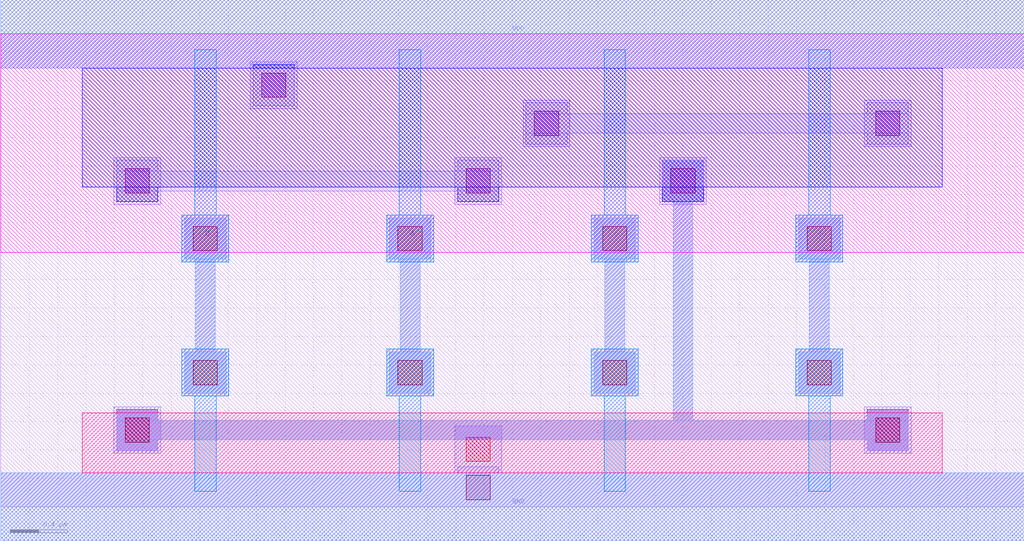
<source format=lef>
MACRO AOI22X1
 CLASS CORE ;
 FOREIGN AOI22X1 0 0 ;
 ORIGIN 0 0 ;
 SYMMETRY X Y R90 ;
 SITE UNIT ;
  PIN VDD
   DIRECTION INOUT ;
   USE SIGNAL ;
   SHAPE ABUTMENT ;
    PORT
     CLASS CORE ;
       LAYER metal2 ;
        RECT 0.00000000 3.09000000 7.20000000 3.57000000 ;
    END
  END VDD

  PIN GND
   DIRECTION INOUT ;
   USE SIGNAL ;
   SHAPE ABUTMENT ;
    PORT
     CLASS CORE ;
       LAYER metal2 ;
        RECT 0.00000000 -0.24000000 7.20000000 0.24000000 ;
    END
  END GND

  PIN Y
   DIRECTION INOUT ;
   USE SIGNAL ;
   SHAPE ABUTMENT ;
    PORT
     CLASS CORE ;
       LAYER metal2 ;
        RECT 0.81500000 0.39500000 1.10500000 0.47000000 ;
        RECT 6.09500000 0.39500000 6.38500000 0.47000000 ;
        RECT 0.81500000 0.47000000 6.38500000 0.61000000 ;
        RECT 0.81500000 0.61000000 1.10500000 0.68500000 ;
        RECT 6.09500000 0.61000000 6.38500000 0.68500000 ;
        RECT 4.73000000 0.61000000 4.87000000 2.15000000 ;
        RECT 4.65500000 2.15000000 4.94500000 2.44000000 ;
    END
  END Y

  PIN B
   DIRECTION INOUT ;
   USE SIGNAL ;
   SHAPE ABUTMENT ;
    PORT
     CLASS CORE ;
       LAYER metal2 ;
        RECT 1.29500000 0.80000000 1.58500000 1.09000000 ;
        RECT 1.37000000 1.09000000 1.51000000 1.74500000 ;
        RECT 1.29500000 1.74500000 1.58500000 2.03500000 ;
    END
  END B

  PIN D
   DIRECTION INOUT ;
   USE SIGNAL ;
   SHAPE ABUTMENT ;
    PORT
     CLASS CORE ;
       LAYER metal2 ;
        RECT 5.61500000 0.80000000 5.90500000 1.09000000 ;
        RECT 5.69000000 1.09000000 5.83000000 1.74500000 ;
        RECT 5.61500000 1.74500000 5.90500000 2.03500000 ;
    END
  END D

  PIN A
   DIRECTION INOUT ;
   USE SIGNAL ;
   SHAPE ABUTMENT ;
    PORT
     CLASS CORE ;
       LAYER metal2 ;
        RECT 2.73500000 0.80000000 3.02500000 1.09000000 ;
        RECT 2.81000000 1.09000000 2.95000000 1.74500000 ;
        RECT 2.73500000 1.74500000 3.02500000 2.03500000 ;
    END
  END A

  PIN C
   DIRECTION INOUT ;
   USE SIGNAL ;
   SHAPE ABUTMENT ;
    PORT
     CLASS CORE ;
       LAYER metal2 ;
        RECT 4.17500000 0.80000000 4.46500000 1.09000000 ;
        RECT 4.25000000 1.09000000 4.39000000 1.74500000 ;
        RECT 4.17500000 1.74500000 4.46500000 2.03500000 ;
    END
  END C

  OBS
   LAYER abutment_box ;
    RECT 0.00000000 0.00000000 7.20000000 3.33000000 ;
  END

  OBS
   LAYER metal1 ;
    RECT 3.27500000 0.05000000 3.44500000 0.24000000 ;
    RECT 3.19500000 0.24000000 3.52500000 0.57000000 ;
    RECT 0.79500000 0.37500000 1.12500000 0.70500000 ;
    RECT 6.07500000 0.37500000 6.40500000 0.70500000 ;
    RECT 1.27500000 0.78000000 1.60500000 1.11000000 ;
    RECT 2.71500000 0.78000000 3.04500000 1.11000000 ;
    RECT 4.15500000 0.78000000 4.48500000 1.11000000 ;
    RECT 5.59500000 0.78000000 5.92500000 1.11000000 ;
    RECT 1.27500000 1.72500000 1.60500000 2.05500000 ;
    RECT 2.71500000 1.72500000 3.04500000 2.05500000 ;
    RECT 4.15500000 1.72500000 4.48500000 2.05500000 ;
    RECT 5.59500000 1.72500000 5.92500000 2.05500000 ;
    RECT 0.79500000 2.13000000 1.12500000 2.46000000 ;
    RECT 3.19500000 2.13000000 3.52500000 2.46000000 ;
    RECT 4.63500000 2.13000000 4.96500000 2.46000000 ;
    RECT 3.67500000 2.53500000 4.00500000 2.86500000 ;
    RECT 6.07500000 2.53500000 6.40500000 2.86500000 ;
    RECT 1.75500000 2.80500000 2.08500000 3.13500000 ;
  END

  OBS
   LAYER metal1_label ;

  END

  OBS
   LAYER metal1_pin ;

  END

  OBS
   LAYER metal2 ;
    RECT 0.00000000 -0.24000000 7.20000000 0.24000000 ;
    RECT 3.21500000 0.24000000 3.50500000 0.28000000 ;
    RECT 1.29500000 0.80000000 1.58500000 1.09000000 ;
    RECT 1.37000000 1.09000000 1.51000000 1.74500000 ;
    RECT 1.29500000 1.74500000 1.58500000 2.03500000 ;
    RECT 2.73500000 0.80000000 3.02500000 1.09000000 ;
    RECT 2.81000000 1.09000000 2.95000000 1.74500000 ;
    RECT 2.73500000 1.74500000 3.02500000 2.03500000 ;
    RECT 4.17500000 0.80000000 4.46500000 1.09000000 ;
    RECT 4.25000000 1.09000000 4.39000000 1.74500000 ;
    RECT 4.17500000 1.74500000 4.46500000 2.03500000 ;
    RECT 5.61500000 0.80000000 5.90500000 1.09000000 ;
    RECT 5.69000000 1.09000000 5.83000000 1.74500000 ;
    RECT 5.61500000 1.74500000 5.90500000 2.03500000 ;
    RECT 0.81500000 2.15000000 1.10500000 2.22500000 ;
    RECT 3.21500000 2.15000000 3.50500000 2.22500000 ;
    RECT 0.81500000 2.22500000 3.50500000 2.36500000 ;
    RECT 0.81500000 2.36500000 1.10500000 2.44000000 ;
    RECT 3.21500000 2.36500000 3.50500000 2.44000000 ;
    RECT 0.81500000 0.39500000 1.10500000 0.47000000 ;
    RECT 6.09500000 0.39500000 6.38500000 0.47000000 ;
    RECT 0.81500000 0.47000000 6.38500000 0.61000000 ;
    RECT 0.81500000 0.61000000 1.10500000 0.68500000 ;
    RECT 6.09500000 0.61000000 6.38500000 0.68500000 ;
    RECT 4.73000000 0.61000000 4.87000000 2.15000000 ;
    RECT 4.65500000 2.15000000 4.94500000 2.44000000 ;
    RECT 3.69500000 2.55500000 3.98500000 2.63000000 ;
    RECT 6.09500000 2.55500000 6.38500000 2.63000000 ;
    RECT 3.69500000 2.63000000 6.38500000 2.77000000 ;
    RECT 3.69500000 2.77000000 3.98500000 2.84500000 ;
    RECT 6.09500000 2.77000000 6.38500000 2.84500000 ;
    RECT 1.77500000 2.82500000 2.06500000 3.09000000 ;
    RECT 0.00000000 3.09000000 7.20000000 3.57000000 ;
  END

  OBS
   LAYER metal2_label ;

  END

  OBS
   LAYER metal2_pin ;
    RECT 0.00000000 -0.24000000 7.20000000 0.24000000 ;
    RECT 1.29500000 0.80000000 1.58500000 1.09000000 ;
    RECT 1.37000000 1.09000000 1.51000000 1.74500000 ;
    RECT 1.29500000 1.74500000 1.58500000 2.03500000 ;
    RECT 2.73500000 0.80000000 3.02500000 1.09000000 ;
    RECT 2.81000000 1.09000000 2.95000000 1.74500000 ;
    RECT 2.73500000 1.74500000 3.02500000 2.03500000 ;
    RECT 4.17500000 0.80000000 4.46500000 1.09000000 ;
    RECT 4.25000000 1.09000000 4.39000000 1.74500000 ;
    RECT 4.17500000 1.74500000 4.46500000 2.03500000 ;
    RECT 5.61500000 0.80000000 5.90500000 1.09000000 ;
    RECT 5.69000000 1.09000000 5.83000000 1.74500000 ;
    RECT 5.61500000 1.74500000 5.90500000 2.03500000 ;
    RECT 0.81500000 0.39500000 1.10500000 0.47000000 ;
    RECT 6.09500000 0.39500000 6.38500000 0.47000000 ;
    RECT 0.81500000 0.47000000 6.38500000 0.61000000 ;
    RECT 0.81500000 0.61000000 1.10500000 0.68500000 ;
    RECT 6.09500000 0.61000000 6.38500000 0.68500000 ;
    RECT 4.73000000 0.61000000 4.87000000 2.15000000 ;
    RECT 4.65500000 2.15000000 4.94500000 2.44000000 ;
    RECT 0.00000000 3.09000000 7.20000000 3.57000000 ;
  END

  OBS
   LAYER ndiff_contact ;
    RECT 3.27500000 0.32000000 3.44500000 0.49000000 ;
    RECT 0.87500000 0.45500000 1.04500000 0.62500000 ;
    RECT 6.15500000 0.45500000 6.32500000 0.62500000 ;
  END

  OBS
   LAYER ndiffusion ;
    RECT 0.57500000 0.24000000 6.62500000 0.66000000 ;
    RECT 0.81500000 0.66000000 1.10500000 0.68500000 ;
    RECT 6.09500000 0.66000000 6.38500000 0.68500000 ;
  END

  OBS
   LAYER nplus ;

  END

  OBS
   LAYER nwell ;
    RECT 0.00000000 1.79000000 7.20000000 3.33000000 ;
  END

  OBS
   LAYER pdiff_contact ;
    RECT 0.87500000 2.21000000 1.04500000 2.38000000 ;
    RECT 3.27500000 2.21000000 3.44500000 2.38000000 ;
    RECT 4.71500000 2.21000000 4.88500000 2.38000000 ;
    RECT 3.75500000 2.61500000 3.92500000 2.78500000 ;
    RECT 6.15500000 2.61500000 6.32500000 2.78500000 ;
    RECT 1.83500000 2.88500000 2.00500000 3.05500000 ;
  END

  OBS
   LAYER pdiffusion ;
    RECT 0.81500000 2.15000000 1.10500000 2.25000000 ;
    RECT 3.21500000 2.15000000 3.50500000 2.25000000 ;
    RECT 4.65500000 2.15000000 4.94500000 2.25000000 ;
    RECT 0.57500000 2.25000000 6.62500000 3.09000000 ;
    RECT 1.77500000 3.09000000 2.06500000 3.11500000 ;
  END

  OBS
   LAYER poly ;
    RECT 1.36500000 0.11000000 1.51500000 0.78000000 ;
    RECT 1.27500000 0.78000000 1.60500000 1.11000000 ;
    RECT 2.80500000 0.11000000 2.95500000 0.78000000 ;
    RECT 2.71500000 0.78000000 3.04500000 1.11000000 ;
    RECT 4.24500000 0.11000000 4.39500000 0.78000000 ;
    RECT 4.15500000 0.78000000 4.48500000 1.11000000 ;
    RECT 5.68500000 0.11000000 5.83500000 0.78000000 ;
    RECT 5.59500000 0.78000000 5.92500000 1.11000000 ;
    RECT 1.27500000 1.72500000 1.60500000 2.05500000 ;
    RECT 1.36500000 2.05500000 1.51500000 3.22000000 ;
    RECT 2.71500000 1.72500000 3.04500000 2.05500000 ;
    RECT 2.80500000 2.05500000 2.95500000 3.22000000 ;
    RECT 4.15500000 1.72500000 4.48500000 2.05500000 ;
    RECT 4.24500000 2.05500000 4.39500000 3.22000000 ;
    RECT 5.59500000 1.72500000 5.92500000 2.05500000 ;
    RECT 5.68500000 2.05500000 5.83500000 3.22000000 ;
  END

  OBS
   LAYER poly_contact ;
    RECT 1.35500000 0.86000000 1.52500000 1.03000000 ;
    RECT 2.79500000 0.86000000 2.96500000 1.03000000 ;
    RECT 4.23500000 0.86000000 4.40500000 1.03000000 ;
    RECT 5.67500000 0.86000000 5.84500000 1.03000000 ;
    RECT 1.35500000 1.80500000 1.52500000 1.97500000 ;
    RECT 2.79500000 1.80500000 2.96500000 1.97500000 ;
    RECT 4.23500000 1.80500000 4.40500000 1.97500000 ;
    RECT 5.67500000 1.80500000 5.84500000 1.97500000 ;
  END

  OBS
   LAYER pplus ;

  END

  OBS
   LAYER via1 ;
    RECT 3.27500000 0.05000000 3.44500000 0.22000000 ;
    RECT 0.87500000 0.45500000 1.04500000 0.62500000 ;
    RECT 6.15500000 0.45500000 6.32500000 0.62500000 ;
    RECT 1.35500000 0.86000000 1.52500000 1.03000000 ;
    RECT 2.79500000 0.86000000 2.96500000 1.03000000 ;
    RECT 4.23500000 0.86000000 4.40500000 1.03000000 ;
    RECT 5.67500000 0.86000000 5.84500000 1.03000000 ;
    RECT 1.35500000 1.80500000 1.52500000 1.97500000 ;
    RECT 2.79500000 1.80500000 2.96500000 1.97500000 ;
    RECT 4.23500000 1.80500000 4.40500000 1.97500000 ;
    RECT 5.67500000 1.80500000 5.84500000 1.97500000 ;
    RECT 0.87500000 2.21000000 1.04500000 2.38000000 ;
    RECT 3.27500000 2.21000000 3.44500000 2.38000000 ;
    RECT 4.71500000 2.21000000 4.88500000 2.38000000 ;
    RECT 3.75500000 2.61500000 3.92500000 2.78500000 ;
    RECT 6.15500000 2.61500000 6.32500000 2.78500000 ;
    RECT 1.83500000 2.88500000 2.00500000 3.05500000 ;
  END

END AOI22X1

</source>
